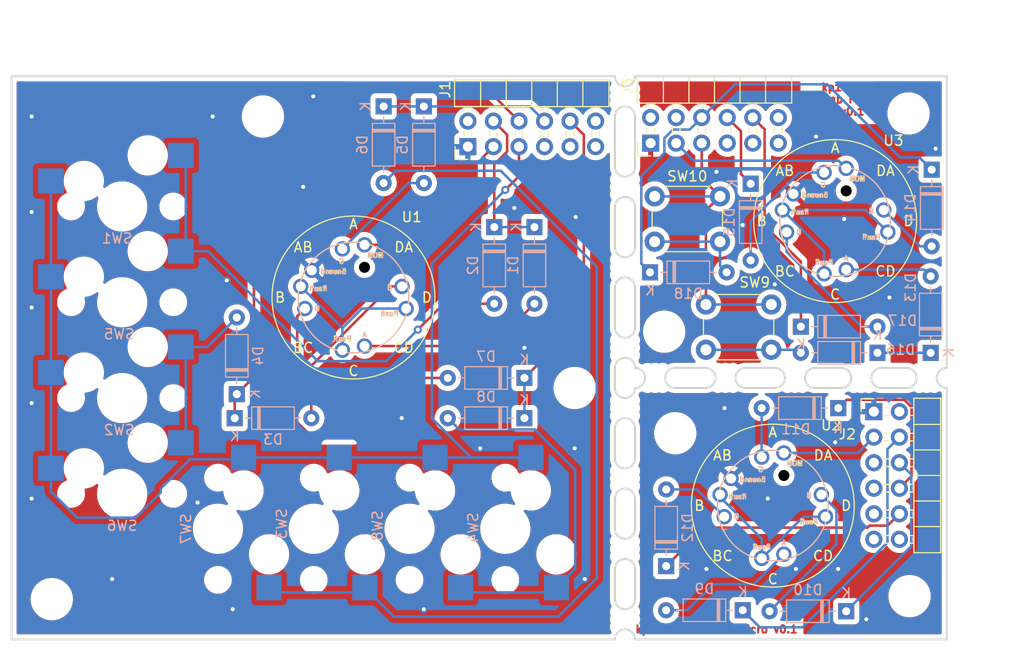
<source format=kicad_pcb>
(kicad_pcb (version 20211014) (generator pcbnew)
  (layers (0 "F.Cu" signal) (31 "B.Cu" signal) (34 "B.Paste" user) (35 "F.Paste" user) (36 "B.SilkS" user "B.Silkscreen") (37 "F.SilkS" user "F.Silkscreen") (38 "B.Mask" user) (39 "F.Mask" user) (44 "Edge.Cuts" user))
  (net 0 "")
  (net 1 "/Col0")
  (net 2 "Net-(D1-Pad2)")
  (net 3 "/Col1")
  (net 4 "Net-(D3-Pad2)")
  (net 5 "/Col2")
  (net 6 "Net-(D5-Pad2)")
  (net 7 "Net-(D6-Pad2)")
  (net 8 "/Col3")
  (net 9 "Net-(D7-Pad2)")
  (net 10 "Net-(D8-Pad2)")
  (net 11 "/Col4")
  (net 12 "/Col5")
  (net 13 "/GND")
  (net 14 "/3.3v")
  (net 15 "/Row4")
  (net 16 "/Row5")
  (net 19 "Net-(D2-Pad2)")
  (net 20 "Net-(D4-Pad2)")
  (net 21 "unconnected-(U1-Pad3)")
  (net 22 "Net-(D9-Pad2)")
  (net 23 "Net-(D10-Pad2)")
  (net 24 "Net-(D11-Pad2)")
  (net 25 "Net-(D12-Pad2)")
  (net 26 "unconnected-(U2-Pad3)")
  (net 29 "Net-(D13-Pad2)")
  (net 30 "Net-(D14-Pad2)")
  (net 31 "Net-(D15-Pad2)")
  (net 32 "Net-(D16-Pad2)")
  (net 33 "Net-(D17-Pad2)")
  (net 34 "Net-(D18-Pad2)")
  (net 37 "unconnected-(U3-Pad3)")
  (footprint "MountingHole:MountingHole_3.2mm_M3" (layer "F.Cu") (at 175.2 27.7)
    (fp_text reference "H7" hide)
    (fp_text value "MountingHole")
  )
  (footprint "thumb_pod:mouse-bite-2mm-slot" (layer "F.Cu") (at 177 54 180)
    (fp_text reference "mouse-bite-2mm-slot" hide)
    (fp_text value "VAL**" hide)
  )
  (footprint "MountingHole:MountingHole_3.2mm_M3" (layer "F.Cu") (at 142 55)
    (fp_text reference "H3" hide)
    (fp_text value "MountingHole")
  )
  (footprint "keypad:MXOnly-1U-Hotswap" (layer "F.Cu") (at 135.1 69 -90)
    (fp_text reference "SW4")
    (fp_text value "SW_Push")
  )
  (footprint "thumb_pod:mouse-bite-2mm-slot" (layer "F.Cu") (at 147 64 90)
    (fp_text reference "mouse-bite-2mm-slot" hide)
    (fp_text value "VAL**" hide)
  )
  (footprint "thumb_pod:RKJXM1015004" (layer "F.Cu") (at 161.7 66.7)
    (fp_text reference "U2")
    (fp_text value "RKJXM1015004")
  )
  (footprint "MountingHole:MountingHole_3.2mm_M3" (layer "F.Cu") (at 150.9 49.4)
    (fp_text reference "H6" hide)
    (fp_text value "MountingHole")
  )
  (footprint "keypad:MXOnly-1U-Hotswap" (layer "F.Cu") (at 125.575 69 -90)
    (fp_text reference "SW8")
    (fp_text value "SW_Push")
  )
  (footprint "keypad:MXOnly-1U-Hotswap" (layer "F.Cu") (at 116.05 69 -90)
    (fp_text reference "SW3")
    (fp_text value "SW_Push")
  )
  (footprint "thumb_pod:mouse-bite-2mm-slot" (layer "F.Cu") (at 163.9 54 180)
    (fp_text reference "mouse-bite-2mm-slot" hide)
    (fp_text value "VAL**" hide)
  )
  (footprint "keypad:MXOnly-1U-Hotswap" (layer "F.Cu") (at 106.525 69 -90)
    (fp_text reference "SW7")
    (fp_text value "SW_Push")
  )
  (footprint "thumb_pod:mouse-bite-2mm-slot" (layer "F.Cu") (at 147 43 90)
    (fp_text reference "mouse-bite-2mm-slot" hide)
    (fp_text value "VAL**" hide)
  )
  (footprint "thumb_pod:RKJXM1015004" (layer "F.Cu") (at 120 46)
    (fp_text reference "U1")
    (fp_text value "RKJXM1015004")
  )
  (footprint "thumb_pod:mouse-bite-2mm-slot" (layer "F.Cu") (at 157 54 180)
    (fp_text reference "mouse-bite-2mm-slot" hide)
    (fp_text value "VAL**" hide)
  )
  (footprint "keypad:PinHeader_2x06_P2.54mm_Horizontal" (layer "F.Cu") (at 171.75 57.35)
    (fp_text reference "J2")
    (fp_text value "Conn_02x06_Odd_Even")
  )
  (footprint "Button_Switch_THT:SW_PUSH_6mm" (layer "F.Cu") (at 155.05 46.7)
    (fp_text reference "SW9")
    (fp_text value "SW_Push")
  )
  (footprint "keypad:MXOnly-1U-Hotswap" (layer "F.Cu") (at 97 46.475)
    (fp_text reference "SW5")
    (fp_text value "SW_Push")
  )
  (footprint "thumb_pod:mouse-bite-2mm-slot" (layer "F.Cu") (at 147 51 90)
    (fp_text reference "mouse-bite-2mm-slot" hide)
    (fp_text value "VAL**" hide)
  )
  (footprint "thumb_pod:mouse-bite-2mm-slot" (layer "F.Cu") (at 147 78 90)
    (fp_text reference "mouse-bite-2mm-slot" hide)
    (fp_text value "VAL**" hide)
  )
  (footprint "thumb_pod:mouse-bite-2mm-slot" (layer "F.Cu") (at 150 54 180)
    (fp_text reference "mouse-bite-2mm-slot" hide)
    (fp_text value "VAL**" hide)
  )
  (footprint "keypad:PinHeader_2x06_P2.54mm_Horizontal" (layer "F.Cu") (at 149.55 30.65 90)
    (fp_text reference "J3")
    (fp_text value "Conn_02x06_Odd_Even")
  )
  (footprint "keypad:PinHeader_2x06_P2.54mm_Horizontal" (layer "F.Cu") (at 131.38 31 90)
    (fp_text reference "J1")
    (fp_text value "Conn_02x06_Odd_Even")
  )
  (footprint "MountingHole:MountingHole_3.2mm_M3" (layer "F.Cu") (at 175.3 75.7)
    (fp_text reference "H5" hide)
    (fp_text value "MountingHole")
  )
  (footprint "Button_Switch_THT:SW_PUSH_6mm" (layer "F.Cu") (at 149.95 35.95)
    (fp_text reference "SW10")
    (fp_text value "SW_Push")
  )
  (footprint "thumb_pod:mouse-bite-2mm-slot" (layer "F.Cu") (at 147 26 90)
    (fp_text reference "mouse-bite-2mm-slot" hide)
    (fp_text value "VAL**" hide)
  )
  (footprint "thumb_pod:mouse-bite-2mm-slot" (layer "F.Cu") (at 147 35 90)
    (fp_text reference "mouse-bite-2mm-slot" hide)
    (fp_text value "VAL**" hide)
  )
  (footprint "MountingHole:MountingHole_3.2mm_M3" (layer "F.Cu") (at 111 28)
    (fp_text reference "H1" hide)
    (fp_text value "MountingHole")
  )
  (footprint "keypad:MXOnly-1U-Hotswap" (layer "F.Cu") (at 97 65.525)
    (fp_text reference "SW6")
    (fp_text value "SW_Push")
  )
  (footprint "thumb_pod:RKJXM1015004" (layer "F.Cu") (at 167.9 38.4)
    (fp_text reference "U3")
    (fp_text value "RKJXM1015004")
  )
  (footprint "keypad:MXOnly-1U-Hotswap" (layer "F.Cu") (at 97 56)
    (fp_text reference "SW2")
    (fp_text value "SW_Push")
  )
  (footprint "thumb_pod:mouse-bite-2mm-slot" (layer "F.Cu") (at 170.5 54 180)
    (fp_text reference "mouse-bite-2mm-slot" hide)
    (fp_text value "VAL**" hide)
  )
  (footprint "thumb_pod:mouse-bite-2mm-slot" (layer "F.Cu") (at 147 57 90)
    (fp_text reference "mouse-bite-2mm-slot" hide)
    (fp_text value "VAL**" hide)
  )
  (footprint "MountingHole:MountingHole_3.2mm_M3" (layer "F.Cu") (at 152 59.5)
    (fp_text reference "H4" hide)
    (fp_text value "MountingHole")
  )
  (footprint "thumb_pod:mouse-bite-2mm-slot" (layer "F.Cu") (at 147 71 90)
    (fp_text reference "mouse-bite-2mm-slot" hide)
    (fp_text value "VAL**" hide)
  )
  (footprint "keypad:MXOnly-1U-Hotswap" (layer "F.Cu") (at 97 36.95)
    (fp_text reference "SW1")
    (fp_text value "SW_Push")
  )
  (footprint "MountingHole:MountingHole_3.2mm_M3" (layer "F.Cu") (at 90 76)
    (fp_text reference "H2" hide)
    (fp_text value "MountingHole")
  )
  (footprint "Diode_THT:D_DO-35_SOD27_P7.62mm_Horizontal" (layer "B.Cu") (at 149.49 43.5)
    (fp_text reference "D18")
    (fp_text value "1N4148")
  )
  (footprint "Diode_THT:D_DO-35_SOD27_P7.62mm_Horizontal" (layer "B.Cu") (at 151.1 72.71 90)
    (fp_text reference "D12")
    (fp_text value "1N4148")
  )
  (footprint "Diode_THT:D_DO-35_SOD27_P7.62mm_Horizontal" (layer "B.Cu") (at 158.71 77.1 180)
    (fp_text reference "D9")
    (fp_text value "1N4148")
  )
  (footprint "Diode_THT:D_DO-35_SOD27_P7.62mm_Horizontal" (layer "B.Cu") (at 164.49 48.9)
    (fp_text reference "D17")
    (fp_text value "1N4148")
  )
  (footprint "Diode_THT:D_DO-35_SOD27_P7.62mm_Horizontal" (layer "B.Cu") (at 138 39 -90)
    (fp_text reference "D1")
    (fp_text value "1N4148")
  )
  (footprint "Diode_THT:D_DO-35_SOD27_P7.62mm_Horizontal" (layer "B.Cu") (at 127 27 -90)
    (fp_text reference "D5")
    (fp_text value "1N4148")
  )
  (footprint "Diode_THT:D_DO-35_SOD27_P7.62mm_Horizontal" (layer "B.Cu") (at 177.5 33.29 -90)
    (fp_text reference "D14")
    (fp_text value "1N4148")
  )
  (footprint "Diode_THT:D_DO-35_SOD27_P7.62mm_Horizontal" (layer "B.Cu") (at 137 58 180)
    (fp_text reference "D8")
    (fp_text value "1N4148")
  )
  (footprint "Diode_THT:D_DO-35_SOD27_P7.62mm_Horizontal" (layer "B.Cu") (at 177.4 51.51 90)
    (fp_text reference "D13")
    (fp_text value "1N4148")
  )
  (footprint "Diode_THT:D_DO-35_SOD27_P7.62mm_Horizontal" (layer "B.Cu") (at 137 54 180)
    (fp_text reference "D7")
    (fp_text value "1N4148")
  )
  (footprint "Diode_THT:D_DO-35_SOD27_P7.62mm_Horizontal" (layer "B.Cu") (at 172.11 51.5 180)
    (fp_text reference "D16")
    (fp_text value "1N4148")
  )
  (footprint "Diode_THT:D_DO-35_SOD27_P7.62mm_Horizontal" (layer "B.Cu") (at 108.4 55.61 90)
    (fp_text reference "D4")
    (fp_text value "1N4148")
  )
  (footprint "Diode_THT:D_DO-35_SOD27_P7.62mm_Horizontal" (layer "B.Cu") (at 123 27 -90)
    (fp_text reference "D6")
    (fp_text value "1N4148")
  )
  (footprint "Diode_THT:D_DO-35_SOD27_P7.62mm_Horizontal" (layer "B.Cu") (at 169 77.2 180)
    (fp_text reference "D10")
    (fp_text value "1N4148")
  )
  (footprint "Diode_THT:D_DO-35_SOD27_P7.62mm_Horizontal" (layer "B.Cu") (at 168.21 57 180)
    (fp_text reference "D11")
    (fp_text value "1N4148")
  )
  (footprint "Diode_THT:D_DO-35_SOD27_P7.62mm_Horizontal" (layer "B.Cu") (at 108.19 58)
    (fp_text reference "D3")
    (fp_text value "1N4148")
  )
  (footprint "Diode_THT:D_DO-35_SOD27_P7.62mm_Horizontal" (layer "B.Cu") (at 159.5 34.69 -90)
    (fp_text reference "D15")
    (fp_text value "1N4148")
  )
  (footprint "Diode_THT:D_DO-35_SOD27_P7.62mm_Horizontal" (layer "B.Cu") (at 134 39 -90)
    (fp_text reference "D2")
    (fp_text value "1N4148")
  )
  (gr_arc (start 146 28) (mid 147 27) (end 148 28) (layer "Edge.Cuts") (width 0.2))
  (gr_arc (start 148 24) (mid 147 25) (end 146 24) (layer "Edge.Cuts") (width 0.2))
  (gr_line (start 86 24) (end 86 80) (layer "Edge.Cuts") (width 0.2))
  (gr_arc (start 148 69) (mid 147 70) (end 146 69) (layer "Edge.Cuts") (width 0.2))
  (gr_arc (start 148 55) (mid 147 56) (end 146 55) (layer "Edge.Cuts") (width 0.2))
  (gr_arc (start 146 45) (mid 147 44) (end 148 45) (layer "Edge.Cuts") (width 0.2))
  (gr_line (start 165.9 55) (end 168.5 55) (layer "Edge.Cuts") (width 0.2))
  (gr_arc (start 146 66) (mid 147 65) (end 148 66) (layer "Edge.Cuts") (width 0.2))
  (gr_line (start 146 53) (end 146 55) (layer "Edge.Cuts") (width 0.2))
  (gr_line (start 179 24) (end 179 53) (layer "Edge.Cuts") (width 0.2))
  (gr_arc (start 146 80) (mid 147 79) (end 148 80) (layer "Edge.Cuts") (width 0.2))
  (gr_line (start 159 53) (end 161.9 53) (layer "Edge.Cuts") (width 0.2))
  (gr_arc (start 155 53) (mid 156 54) (end 155 55) (layer "Edge.Cuts") (width 0.2))
  (gr_line (start 172.5 55) (end 175 55) (layer "Edge.Cuts") (width 0.2))
  (gr_arc (start 148 33) (mid 147 34) (end 146 33) (layer "Edge.Cuts") (width 0.2))
  (gr_arc (start 165.9 55) (mid 164.9 54) (end 165.9 53) (layer "Edge.Cuts") (width 0.2))
  (gr_arc (start 146 53) (mid 147 52) (end 148 53) (layer "Edge.Cuts") (width 0.2))
  (gr_arc (start 152 55) (mid 151 54) (end 152 53) (layer "Edge.Cuts") (width 0.2))
  (gr_line (start 159 55) (end 161.9 55) (layer "Edge.Cuts") (width 0.2))
  (gr_line (start 152 55) (end 155 55) (layer "Edge.Cuts") (width 0.2))
  (gr_arc (start 146 59) (mid 147 58) (end 148 59) (layer "Edge.Cuts") (width 0.2))
  (gr_arc (start 159 55) (mid 158 54) (end 159 53) (layer "Edge.Cuts") (width 0.2))
  (gr_arc (start 168.5 53) (mid 169.5 54) (end 168.5 55) (layer "Edge.Cuts") (width 0.2))
  (gr_line (start 146 24) (end 86 24) (layer "Edge.Cuts") (width 0.2))
  (gr_line (start 146 76) (end 146 73) (layer "Edge.Cuts") (width 0.2))
  (gr_line (start 146 45) (end 146 49) (layer "Edge.Cuts") (width 0.2))
  (gr_arc (start 148 49) (mid 147 50) (end 146 49) (layer "Edge.Cuts") (width 0.2))
  (gr_arc (start 148 53) (mid 149 54) (end 148 55) (layer "Edge.Cuts") (width 0.2))
  (gr_line (start 146 28) (end 146 33) (layer "Edge.Cuts") (width 0.2))
  (gr_arc (start 148 76) (mid 147 77) (end 146 76) (layer "Edge.Cuts") (width 0.2))
  (gr_line (start 179 55) (end 179 80) (layer "Edge.Cuts") (width 0.2))
  (gr_arc (start 175 53) (mid 176 54) (end 175 55) (layer "Edge.Cuts") (width 0.2))
  (gr_line (start 146 37) (end 146 41) (layer "Edge.Cuts") (width 0.2))
  (gr_arc (start 179 55) (mid 178 54) (end 179 53) (layer "Edge.Cuts") (width 0.2))
  (gr_line (start 152 53) (end 155 53) (layer "Edge.Cuts") (width 0.2))
  (gr_line (start 148 66) (end 148 69) (layer "Edge.Cuts") (width 0.2))
  (gr_arc (start 148 41) (mid 147 42) (end 146 41) (layer "Edge.Cuts") (width 0.2))
  (gr_arc (start 146 37) (mid 147 36) (end 148 37) (layer "Edge.Cuts") (width 0.2))
  (gr_line (start 148 59) (end 148 62) (layer "Edge.Cuts") (width 0.2))
  (gr_line (start 148 45) (end 148 49) (layer "Edge.Cuts") (width 0.2))
  (gr_line (start 179 80) (end 148 80) (layer "Edge.Cuts") (width 0.2))
  (gr_line (start 165.9 53) (end 168.5 53) (layer "Edge.Cuts") (width 0.2))
  (gr_line (start 148 24) (end 179 24) (layer "Edge.Cuts") (width 0.2))
  (gr_line (start 146 66) (end 146 69) (layer "Edge.Cuts") (width 0.2))
  (gr_line (start 86 80) (end 146 80) (layer "Edge.Cuts") (width 0.2))
  (gr_arc (start 148 62) (mid 147 63) (end 146 62) (layer "Edge.Cuts") (width 0.2))
  (gr_line (start 172.5 53) (end 175 53) (layer "Edge.Cuts") (width 0.2))
  (gr_line (start 148 37) (end 148 41) (layer "Edge.Cuts") (width 0.2))
  (gr_line (start 148 28) (end 148 33) (layer "Edge.Cuts") (width 0.2))
  (gr_line (start 148 76) (end 148 73) (layer "Edge.Cuts") (width 0.2))
  (gr_line (start 146 59) (end 146 62) (layer "Edge.Cuts") (width 0.2))
  (gr_arc (start 161.9 53) (mid 162.9 54) (end 161.9 55) (layer "Edge.Cuts") (width 0.2))
  (gr_arc (start 172.5 55) (mid 171.5 54) (end 172.5 53) (layer "Edge.Cuts") (width 0.2))
  (gr_arc (start 146 73) (mid 147 72) (end 148 73) (layer "Edge.Cuts") (width 0.2))
  (gr_text "kp13 \nThumb Pod\nMini v0.1" (at 168.2 26.3) (layer "F.Cu") (effects (font (size 0.75 0.75) (thickness 0.1875))))
  (gr_text "kp13 Thumb Pod v0.1" (at 94.1 25.6) (layer "F.Cu") (effects (font (size 0.75 0.75) (thickness 0.1875))))
  (gr_text "kp13 Thumb Pod Micro v0.1" (at 156.1 79) (layer "F.Cu") (effects (font (size 0.75 0.75) (thickness 0.1875))))
  (segment (start 135.285 29.825) (end 135.285 31.486701) (width 0.25) (layer "F.Cu") (net 1))
  (segment (start 135.285 31.486701) (end 134 32.771701) (width 0.25) (layer "F.Cu") (net 1))
  (segment (start 134 32.771701) (end 134 39) (width 0.25) (layer "F.Cu") (net 1))
  (segment (start 133.92 28.46) (end 135.285 29.825) (width 0.25) (layer "F.Cu") (net 1))
  (segment (start 177.39 51.5) (end 177.4 51.51) (width 0.25) (layer "B.Cu") (net 1))
  (segment (start 158.71 77.1) (end 158.71 77.11) (width 0.25) (layer "B.Cu") (net 1))
  (segment (start 158.71 77.11) (end 160.4 78.8) (width 0.25) (layer "B.Cu") (net 1))
  (segment (start 134 39) (end 138 39) (width 0.25) (layer "B.Cu") (net 1))
  (segment (start 160.4 78.8) (end 164.661701 78.8) (width 0.25) (layer "B.Cu") (net 1))
  (segment (start 173.1 61.08) (end 174.29 59.89) (width 0.25) (layer "B.Cu") (net 1))
  (segment (start 172.11 51.5) (end 177.39 51.5) (width 0.25) (layer "B.Cu") (net 1))
  (segment (start 164.661701 78.8) (end 173.1 70.361701) (width 0.25) (layer "B.Cu") (net 1))
  (segment (start 173.1 70.361701) (end 173.1 61.08) (width 0.25) (layer "B.Cu") (net 1))
  (segment (start 121.1 50.83) (end 133.79 50.83) (width 0.25) (layer "F.Cu") (net 2))
  (segment (start 133.79 50.83) (end 138 46.62) (width 0.25) (layer "F.Cu") (net 2))
  (segment (start 120 25) (end 110.1 34.9) (width 0.25) (layer "F.Cu") (net 3))
  (segment (start 110.1 34.9) (end 110.1 53.91) (width 0.25) (layer "F.Cu") (net 3))
  (segment (start 136.46 28.46) (end 133 25) (width 0.25) (layer "F.Cu") (net 3))
  (segment (start 108.19 58) (end 108.19 55.82) (width 0.25) (layer "F.Cu") (net 3))
  (segment (start 110.1 53.91) (end 108.4 55.61) (width 0.25) (layer "F.Cu") (net 3))
  (segment (start 133 25) (end 120 25) (width 0.25) (layer "F.Cu") (net 3))
  (segment (start 108.19 55.82) (end 108.4 55.61) (width 0.25) (layer "F.Cu") (net 3))
  (segment (start 175.465 63.605) (end 175.465 70.735) (width 0.25) (layer "B.Cu") (net 3))
  (segment (start 150.915 30.163299) (end 151.778299 29.3) (width 0.25) (layer "B.Cu") (net 3))
  (segment (start 151.778299 29.3) (end 153.44 29.3) (width 0.25) (layer "B.Cu") (net 3))
  (segment (start 157.94 24.8) (end 159.6 24.8) (width 0.25) (layer "B.Cu") (net 3))
  (segment (start 148.625 33.925) (end 150.915 31.635) (width 0.25) (layer "B.Cu") (net 3))
  (segment (start 177.5 33.29) (end 176.283 32.073) (width 0.25) (layer "B.Cu") (net 3))
  (segment (start 170.4 28.1) (end 167.1 24.8) (width 0.25) (layer "B.Cu") (net 3))
  (segment (start 150.915 31.635) (end 150.915 30.163299) (width 0.25) (layer "B.Cu") (net 3))
  (segment (start 148.625 42.635) (end 148.625 33.925) (width 0.25) (layer "B.Cu") (net 3))
  (segment (start 174.373 32.073) (end 170.4 28.1) (width 0.25) (layer "B.Cu") (net 3))
  (segment (start 176.283 32.073) (end 174.373 32.073) (width 0.25) (layer "B.Cu") (net 3))
  (segment (start 149.49 43.5) (end 148.625 42.635) (width 0.25) (layer "B.Cu") (net 3))
  (segment (start 154.63 28.11) (end 157.94 24.8) (width 0.25) (layer "B.Cu") (net 3))
  (segment (start 167.1 24.8) (end 159.6 24.8) (width 0.25) (layer "B.Cu") (net 3))
  (segment (start 153.44 29.3) (end 154.63 28.11) (width 0.25) (layer "B.Cu") (net 3))
  (segment (start 175.465 70.735) (end 169 77.2) (width 0.25) (layer "B.Cu") (net 3))
  (segment (start 174.29 62.43) (end 175.465 63.605) (width 0.25) (layer "B.Cu") (net 3))
  (segment (start 115.81 52.792749) (end 123.702749 44.9) (width 0.25) (layer "F.Cu") (net 4))
  (segment (start 115.81 58) (end 115.81 52.792749) (width 0.25) (layer "F.Cu") (net 4))
  (segment (start 123.702749 44.9) (end 124.83 44.9) (width 0.25) (layer "F.Cu") (net 4))
  (segment (start 175.5 63.76) (end 174.29 64.97) (width 0.25) (layer "F.Cu") (net 5))
  (segment (start 174.776701 56.175) (end 175.5 56.898299) (width 0.25) (layer "F.Cu") (net 5))
  (segment (start 169.035 56.175) (end 174.776701 56.175) (width 0.25) (layer "F.Cu") (net 5))
  (segment (start 158.535 29.475) (end 157.17 28.11) (width 0.25) (layer "F.Cu") (net 5))
  (segment (start 158.535 33.725) (end 158.535 29.475) (width 0.25) (layer "F.Cu") (net 5))
  (segment (start 168.21 57) (end 169.035 56.175) (width 0.25) (layer "F.Cu") (net 5))
  (segment (start 159.5 34.69) (end 158.535 33.725) (width 0.25) (layer "F.Cu") (net 5))
  (segment (start 175.5 56.898299) (end 175.5 63.76) (width 0.25) (layer "F.Cu") (net 5))
  (segment (start 127 27) (end 123 27) (width 0.25) (layer "B.Cu") (net 5))
  (segment (start 139 28.46) (end 137.54 27) (width 0.25) (layer "B.Cu") (net 5))
  (segment (start 137.54 27) (end 127 27) (width 0.25) (layer "B.Cu") (net 5))
  (segment (start 118.9 41.17) (end 125.45 34.62) (width 0.25) (layer "B.Cu") (net 6))
  (segment (start 125.45 34.62) (end 127 34.62) (width 0.25) (layer "B.Cu") (net 6))
  (segment (start 112.093001 75.330001) (end 120.641999 75.330001) (width 0.25) (layer "B.Cu") (net 7))
  (segment (start 120.641999 75.330001) (end 121.13 74.842) (width 0.25) (layer "B.Cu") (net 7))
  (segment (start 144.2 73.9) (end 144.2 42.95) (width 0.25) (layer "B.Cu") (net 7))
  (segment (start 144.2 42.95) (end 134.65 33.4) (width 0.25) (layer "B.Cu") (net 7))
  (segment (start 124.22 33.4) (end 123 34.62) (width 0.25) (layer "B.Cu") (net 7))
  (segment (start 140.375 77.725) (end 144.2 73.9) (width 0.25) (layer "B.Cu") (net 7))
  (segment (start 124.013 77.725) (end 140.375 77.725) (width 0.25) (layer "B.Cu") (net 7))
  (segment (start 134.65 33.4) (end 124.22 33.4) (width 0.25) (layer "B.Cu") (net 7))
  (segment (start 121.13 74.842) (end 124.013 77.725) (width 0.25) (layer "B.Cu") (net 7))
  (segment (start 111.605 74.842) (end 112.093001 75.330001) (width 0.25) (layer "B.Cu") (net 7))
  (segment (start 142.905 29.825) (end 141.54 28.46) (width 0.25) (layer "F.Cu") (net 8))
  (segment (start 164.49 42.457251) (end 160.885 38.852251) (width 0.25) (layer "F.Cu") (net 8))
  (segment (start 151.1 72.71) (end 154.923 68.887) (width 0.25) (layer "F.Cu") (net 8))
  (segment (start 160.885 38.852251) (end 160.885 29.285) (width 0.25) (layer "F.Cu") (net 8))
  (segment (start 160.885 29.285) (end 159.71 28.11) (width 0.25) (layer "F.Cu") (net 8))
  (segment (start 142.905 48.095) (end 142.905 29.825) (width 0.25) (layer "F.Cu") (net 8))
  (segment (start 164.49 48.9) (end 164.49 42.457251) (width 0.25) (layer "F.Cu") (net 8))
  (segment (start 171.113 68.887) (end 171.315 68.685) (width 0.25) (layer "F.Cu") (net 8))
  (segment (start 173.115 68.685) (end 174.29 67.51) (width 0.25) (layer "F.Cu") (net 8))
  (segment (start 137 54) (end 142.905 48.095) (width 0.25) (layer "F.Cu") (net 8))
  (segment (start 154.923 68.887) (end 171.113 68.887) (width 0.25) (layer "F.Cu") (net 8))
  (segment (start 171.315 68.685) (end 173.115 68.685) (width 0.25) (layer "F.Cu") (net 8))
  (segment (start 137 54) (end 137 58) (width 0.25) (layer "B.Cu") (net 8))
  (segment (start 114.408001 47.861999) (end 114.408001 58.408001) (width 0.25) (layer "F.Cu") (net 9))
  (segment (start 126 54) (end 129.38 54) (width 0.25) (layer "F.Cu") (net 9))
  (segment (start 120 60) (end 126 54) (width 0.25) (layer "F.Cu") (net 9))
  (segment (start 116 60) (end 120 60) (width 0.25) (layer "F.Cu") (net 9))
  (segment (start 115.17 47.1) (end 114.408001 47.861999) (width 0.25) (layer "F.Cu") (net 9))
  (segment (start 114.408001 58.408001) (end 116 60) (width 0.25) (layer "F.Cu") (net 9))
  (segment (start 140.18 74.842) (end 139.691999 75.330001) (width 0.25) (layer "B.Cu") (net 10))
  (segment (start 139.691999 75.330001) (end 131.143001 75.330001) (width 0.25) (layer "B.Cu") (net 10))
  (segment (start 131.143001 75.330001) (end 130.655 74.842) (width 0.25) (layer "B.Cu") (net 10))
  (segment (start 138.025 59.125) (end 142.055001 63.155001) (width 0.25) (layer "B.Cu") (net 10))
  (segment (start 129.38 58) (end 130.505 59.125) (width 0.25) (layer "B.Cu") (net 10))
  (segment (start 142.055001 72.966999) (end 140.18 74.842) (width 0.25) (layer "B.Cu") (net 10))
  (segment (start 130.505 59.125) (end 138.025 59.125) (width 0.25) (layer "B.Cu") (net 10))
  (segment (start 142.055001 63.155001) (end 142.055001 72.966999) (width 0.25) (layer "B.Cu") (net 10))
  (via (at 106 28) (size 0.8) (drill 0.4) (layers "F.Cu" "B.Cu") (net 13))
  (via (at 155.1 73) (size 0.8) (drill 0.4) (layers "F.Cu" "B.Cu") (net 13))
  (via (at 88 56.5) (size 0.8) (drill 0.4) (layers "F.Cu" "B.Cu") (net 13))
  (via (at 115 35) (size 0.8) (drill 0.4) (layers "F.Cu" "B.Cu") (net 13))
  (via (at 173.3 46) (size 0.8) (drill 0.4) (layers "F.Cu" "B.Cu") (net 13))
  (via (at 171 78) (size 0.8) (drill 0.4) (layers "F.Cu" "B.Cu") (net 13))
  (via (at 132.6 61) (size 0.8) (drill 0.4) (layers "F.Cu" "B.Cu") (net 13))
  (via (at 164 73) (size 0.8) (drill 0.4) (layers "F.Cu" "B.Cu") (net 13))
  (via (at 168.2 73) (size 0.8) (drill 0.4) (layers "F.Cu" "B.Cu") (net 13))
  (via (at 167.9 60.4) (size 0.8) (drill 0.4) (layers "F.Cu" "B.Cu") (net 13))
  (via (at 166 30) (size 0.8) (drill 0.4) (layers "F.Cu" "B.Cu") (net 13))
  (via (at 161.9 44.7) (size 0.8) (drill 0.4) (layers "F.Cu" "B.Cu") (net 13))
  (via (at 127 77) (size 0.8) (drill 0.4) (layers "F.Cu" "B.Cu") (net 13))
  (via (at 161.2 66) (size 0.8) (drill 0.4) (layers "F.Cu" "B.Cu") (net 13))
  (via (at 108 77) (size 0.8) (drill 0.4) (layers "F.Cu" "B.Cu") (net 13))
  (via (at 124.8 58) (size 0.8) (drill 0.4) (layers "F.Cu" "B.Cu") (net 13))
  (via (at 177.9 31.2) (size 0.8) (drill 0.4) (layers "F.Cu" "B.Cu") (net 13))
  (via (at 168.8 38.2) (size 0.8) (drill 0.4) (layers "F.Cu" "B.Cu") (net 13))
  (via (at 156.1 33.5) (size 0.8) (drill 0.4) (layers "F.Cu" "B.Cu") (net 13))
  (via (at 158.7 38.8) (size 0.8) (drill 0.4) (layers "F.Cu" "B.Cu") (net 13))
  (via (at 96 74) (size 0.8) (drill 0.4) (layers "F.Cu" "B.Cu") (net 13))
  (via (at 88 47) (size 0.8) (drill 0.4) (layers "F.Cu" "B.Cu") (net 13))
  (via (at 107.4 44.3) (size 0.8) (drill 0.4) (layers "F.Cu" "B.Cu") (net 13))
  (via (at 88 28) (size 0.8) (drill 0.4) (layers "F.Cu" "B.Cu") (net 13))
  (via (at 156.9 57) (size 0.8) (drill 0.4) (layers "F.Cu" "B.Cu") (net 13))
  (via (at 88 66) (size 0.8) (drill 0.4) (layers "F.Cu" "B.Cu") (net 13))
  (via (at 88 37.5) (size 0.8) (drill 0.4) (layers "F.Cu" "B.Cu") (net 13))
  (via (at 137 51) (size 0.8) (drill 0.4) (layers "F.Cu" "B.Cu") (net 13))
  (via (at 116 26) (size 0.8) (drill 0.4) (layers "F.Cu" "B.Cu") (net 13))
  (via (at 136 37.1) (size 0.8) (drill 0.4) (layers "F.Cu" "B.Cu") (net 13))
  (via (at 142.1 38) (size 0.8) (drill 0.4) (layers "F.Cu" "B.Cu") (net 13))
  (via (at 142 61) (size 0.8) (drill 0.4) (layers "F.Cu" "B.Cu") (net 13))
  (via (at 104.5 66.4) (size 0.8) (drill 0.4) (layers "F.Cu" "B.Cu") (net 13))
  (via (at 143 74) (size 0.8) (drill 0.4) (layers "F.Cu" "B.Cu") (net 13))
  (segment (start 133 35) (end 127.24 40.76) (width 0.25) (layer "F.Cu") (net 15))
  (segment (start 133.92 31) (end 133 31.92) (width 0.25) (layer "F.Cu") (net 15))
  (segment (start 127.24 40.76) (end 121.1 40.76) (width 0.25) (layer "F.Cu") (net 15))
  (segment (start 133 31.92) (end 133 35) (width 0.25) (layer "F.Cu") (net 15))
  (segment (start 169 33.16) (end 168.238001 32.398001) (width 0.25) (layer "B.Cu") (net 15))
  (segment (start 168.238001 32.398001) (end 153.838001 32.398001) (width 0.25) (layer "B.Cu") (net 15))
  (segment (start 153.838001 32.398001) (end 152.09 30.65) (width 0.25) (layer "B.Cu") (net 15))
  (segment (start 170.18 61.46) (end 171.75 59.89) (width 0.25) (layer "B.Cu") (net 15))
  (segment (start 162.8 61.46) (end 170.18 61.46) (width 0.25) (layer "B.Cu") (net 15))
  (segment (start 154.63 34.13) (end 154.63 30.65) (width 0.25) (layer "F.Cu") (net 16))
  (segment (start 135.1 35.3) (end 136.46 33.94) (width 0.25) (layer "F.Cu") (net 16))
  (segment (start 155.05 37.35) (end 156.45 35.95) (width 0.25) (layer "F.Cu") (net 16))
  (segment (start 155.05 46.7) (end 155.05 37.35) (width 0.25) (layer "F.Cu") (net 16))
  (segment (start 156.45 35.95) (end 154.63 34.13) (width 0.25) (layer "F.Cu") (net 16))
  (segment (start 136.46 33.94) (end 136.46 31) (width 0.25) (layer "F.Cu") (net 16))
  (via (at 135.1 35.3) (size 0.8) (drill 0.4) (layers "F.Cu" "B.Cu") (net 16))
  (segment (start 89.915 43.935) (end 89.915 53.46) (width 0.25) (layer "B.Cu") (net 16))
  (segment (start 89.915 34.41) (end 89.915 43.935) (width 0.25) (layer "B.Cu") (net 16))
  (segment (start 149.95 35.95) (end 156.45 35.95) (width 0.25) (layer "B.Cu") (net 16))
  (segment (start 128.115 61.915) (end 137.64 61.915) (width 0.25) (layer "B.Cu") (net 16))
  (segment (start 103.737231 62.1) (end 108.88 62.1) (width 0.25) (layer "B.Cu") (net 16))
  (segment (start 118.59 61.915) (end 128.115 61.915) (width 0.25) (layer "B.Cu") (net 16))
  (segment (start 109.065 61.915) (end 118.59 61.915) (width 0.25) (layer "B.Cu") (net 16))
  (segment (start 127.8 42.6) (end 135.1 35.3) (width 0.25) (layer "B.Cu") (net 16))
  (segment (start 92.521132 67.893901) (end 98.336098 67.893901) (width 0.25) (layer "B.Cu") (net 16))
  (segment (start 89.915 65.287769) (end 92.521132 67.893901) (width 0.25) (layer "B.Cu") (net 16))
  (segment (start 108.88 62.1) (end 109.065 61.915) (width 0.25) (layer "B.Cu") (net 16))
  (segment (start 98.336098 67.893901) (end 100.829999 65.4) (width 0.25) (layer "B.Cu") (net 16))
  (segment (start 89.915 62.985) (end 89.915 65.287769) (width 0.25) (layer "B.Cu") (net 16))
  (segment (start 127.8 58.010991) (end 127.8 51.8) (width 0.25) (layer "B.Cu") (net 16))
  (segment (start 127.8 51.8) (end 127.8 42.6) (width 0.25) (layer "B.Cu") (net 16))
  (segment (start 137.64 61.915) (end 131.704009 61.915) (width 0.25) (layer "B.Cu") (net 16))
  (segment (start 100.829999 65.007232) (end 103.737231 62.1) (width 0.25) (layer "B.Cu") (net 16))
  (segment (start 131.704009 61.915) (end 127.8 58.010991) (width 0.25) (layer "B.Cu") (net 16))
  (segment (start 155.05 46.7) (end 161.55 46.7) (width 0.25) (layer "B.Cu") (net 16))
  (segment (start 89.915 53.46) (end 89.915 62.985) (width 0.25) (layer "B.Cu") (net 16))
  (segment (start 100.829999 65.4) (end 100.829999 65.007232) (width 0.25) (layer "B.Cu") (net 16))
  (segment (start 126.4 49.2) (end 128.98 46.62) (width 0.25) (layer "F.Cu") (net 19))
  (segment (start 128.98 46.62) (end 134 46.62) (width 0.25) (layer "F.Cu") (net 19))
  (via (at 126.4 49.2) (size 0.8) (drill 0.4) (layers "F.Cu" "B.Cu") (net 19))
  (segment (start 105.520305 41.395) (end 116.452305 52.327) (width 0.25) (layer "B.Cu") (net 19))
  (segment (start 102.842 41.395) (end 105.520305 41.395) (width 0.25) (layer "B.Cu") (net 19))
  (segment (start 123.273 52.327) (end 126.4 49.2) (width 0.25) (layer "B.Cu") (net 19))
  (segment (start 116.452305 52.327) (end 123.273 52.327) (width 0.25) (layer "B.Cu") (net 19))
  (segment (start 102.842 31.87) (end 103.330001 32.358001) (width 0.25) (layer "B.Cu") (net 19))
  (segment (start 103.330001 40.906999) (end 102.842 41.395) (width 0.25) (layer "B.Cu") (net 19))
  (segment (start 103.330001 32.358001) (end 103.330001 40.906999) (width 0.25) (layer "B.Cu") (net 19))
  (segment (start 103.330001 59.956999) (end 102.842 60.445) (width 0.25) (layer "B.Cu") (net 20))
  (segment (start 105.47 50.92) (end 108.4 47.99) (width 0.25) (layer "B.Cu") (net 20))
  (segment (start 103.330001 51.408001) (end 103.330001 59.956999) (width 0.25) (layer "B.Cu") (net 20))
  (segment (start 102.842 50.92) (end 105.47 50.92) (width 0.25) (layer "B.Cu") (net 20))
  (segment (start 102.842 50.92) (end 103.330001 51.408001) (width 0.25) (layer "B.Cu") (net 20))
  (segment (start 125.24 47.1) (end 120.84 47.1) (width 0.25) (layer "B.Cu") (net 21))
  (segment (start 120.84 47.1) (end 118.9 49.04) (width 0.25) (layer "B.Cu") (net 21))
  (segment (start 114.76 44.9) (end 118.9 49.04) (width 0.25) (layer "B.Cu") (net 21))
  (segment (start 114.76 44.9) (end 114.9 44.9) (width 0.25) (layer "B.Cu") (net 21))
  (segment (start 114.9 44.9) (end 115 45) (width 0.25) (layer "B.Cu") (net 21))
  (segment (start 118.9 49.04) (end 118.9 51.24) (width 0.25) (layer "B.Cu") (net 21))
  (segment (start 155.8 74.5) (end 153.2 77.1) (width 0.25) (layer "B.Cu") (net 22))
  (segment (start 159.83 74.5) (end 155.8 74.5) (width 0.25) (layer "B.Cu") (net 22))
  (segment (start 153.2 77.1) (end 151.09 77.1) (width 0.25) (layer "B.Cu") (net 22))
  (segment (start 162.8 71.53) (end 159.83 74.5) (width 0.25) (layer "B.Cu") (net 22))
  (segment (start 168.027 70.553) (end 168.027 67.097) (width 0.25) (layer "B.Cu") (net 23))
  (segment (start 168.027 67.097) (end 166.53 65.6) (width 0.25) (layer "B.Cu") (net 23))
  (segment (start 161.38 77.2) (end 168.027 70.553) (width 0.25) (layer "B.Cu") (net 23))
  (segment (start 160.59 61.86) (end 160.6 61.87) (width 0.25) (layer "B.Cu") (net 24))
  (segment (start 160.59 57) (end 160.59 61.86) (width 0.25) (layer "B.Cu") (net 24))
  (segment (start 151.1 65.09) (end 154.16 65.09) (width 0.25) (layer "B.Cu") (net 25))
  (segment (start 154.16 65.09) (end 156.87 67.8) (width 0.25) (layer "B.Cu") (net 25))
  (segment (start 156.46 65.852749) (end 160.6 69.992749) (width 0.25) (layer "B.Cu") (net 26))
  (segment (start 156.46 65.6) (end 156.46 65.852749) (width 0.25) (layer "B.Cu") (net 26))
  (segment (start 166.94 67.8) (end 164.74 67.8) (width 0.25) (layer "B.Cu") (net 26))
  (segment (start 160.6 69.992749) (end 160.6 71.94) (width 0.25) (layer "B.Cu") (net 26))
  (segment (start 164.74 67.8) (end 160.6 71.94) (width 0.25) (layer "B.Cu") (net 26))
  (segment (start 169 43.23) (end 176.74 43.23) (width 0.25) (layer "B.Cu") (net 29))
  (segment (start 176.74 43.23) (end 177.4 43.89) (width 0.25) (layer "B.Cu") (net 29))
  (segment (start 176.34 40.91) (end 172.73 37.3) (width 0.25) (layer "B.Cu") (net 30))
  (segment (start 177.5 40.91) (end 176.34 40.91) (width 0.25) (layer "B.Cu") (net 30))
  (segment (start 159.5 38.412749) (end 159.5 42.31) (width 0.25) (layer "B.Cu") (net 31))
  (segment (start 166.8 33.57) (end 164.342749 33.57) (width 0.25) (layer "B.Cu") (net 31))
  (segment (start 164.342749 33.57) (end 159.5 38.412749) (width 0.25) (layer "B.Cu") (net 31))
  (segment (start 155.05 51.2) (end 161.55 51.2) (width 0.25) (layer "B.Cu") (net 32))
  (segment (start 164.19 51.2) (end 164.49 51.5) (width 0.25) (layer "B.Cu") (net 32))
  (segment (start 161.55 51.2) (end 164.19 51.2) (width 0.25) (layer "B.Cu") (net 32))
  (segment (start 170.522749 48.9) (end 163.07 41.447251) (width 0.25) (layer "B.Cu") (net 33))
  (segment (start 163.07 41.447251) (end 163.07 39.5) (width 0.25) (layer "B.Cu") (net 33))
  (segment (start 172.11 48.9) (end 170.522749 48.9) (width 0.25) (layer "B.Cu") (net 33))
  (segment (start 149.95 40.45) (end 156.45 40.45) (width 0.25) (layer "B.Cu") (net 34))
  (segment (start 156.45 40.45) (end 156.45 42.84) (width 0.25) (layer "B.Cu") (net 34))
  (segment (start 156.45 42.84) (end 157.11 43.5) (width 0.25) (layer "B.Cu") (net 34))
  (segment (start 162.66 37.3) (end 170.94 37.3) (width 0.25) (layer "B.Cu") (net 37))
  (segment (start 170.94 37.3) (end 173.14 39.5) (width 0.25) (layer "B.Cu") (net 37))
  (segment (start 166.8 41.44) (end 166.8 43.64) (width 0.25) (layer "B.Cu") (net 37))
  (segment (start 162.66 37.3) (end 166.8 41.44) (width 0.25) (layer "B.Cu") (net 37))
  (zone (net 13) (net_name "/GND") (layers F&B.Cu) (connect_pads (clearance 0.508)) (min_thickness 0.254) (fill yes (thermal_gap 0.508) (thermal_bridge_width 0.508))
    (polygon (pts (xy 186.7 81) (xy 85 81) (xy 85 23) (xy 186.7 23)))
  )
)
</source>
